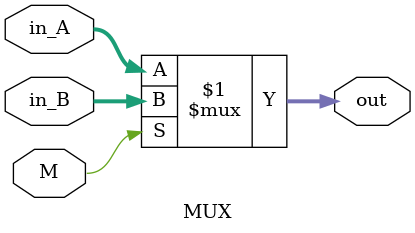
<source format=v>

module MUX(
    input M,
    input [31:0] in_A,
    input [31:0] in_B,
    output [31:0] out
);

    assign out=M?in_B:in_A;
endmodule
</source>
